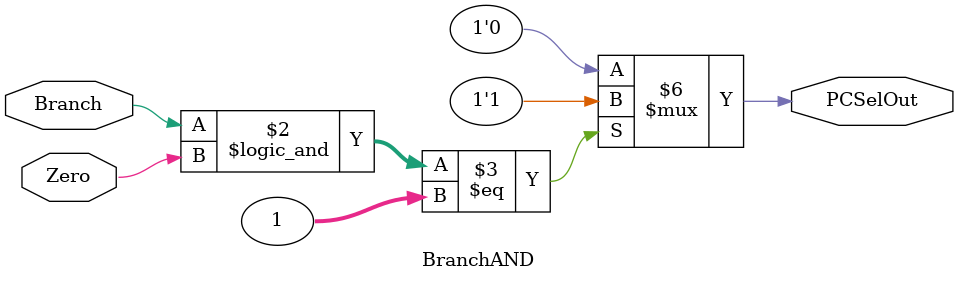
<source format=v>
`timescale 1ns / 1ps

module BranchAND(
    input Branch,
    input Zero,
    output reg PCSelOut
    );    
//    assign PCSelOut = (Branch&&Zero) ? 1 : 0;
    
    initial PCSelOut <= 0;
    always@(*)begin
        if ((Branch&&Zero)==1)  begin
            PCSelOut <= 1;
        end
        else begin
            PCSelOut <= 0;
        end
    end
endmodule

</source>
